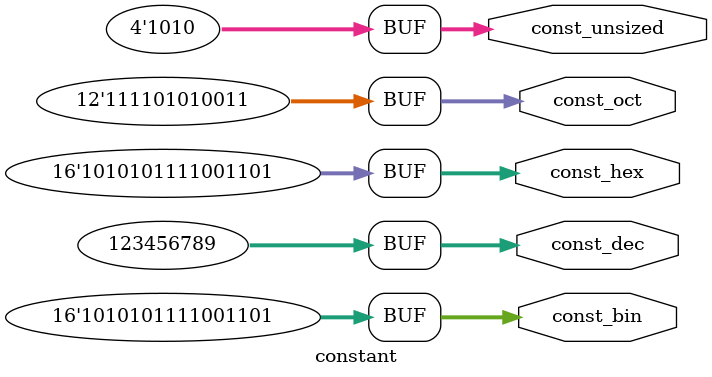
<source format=sv>
module constant (
    output wire [31:0] const_dec,
    output wire [15:0] const_bin,
    output wire [11:0] const_oct,
    output wire [15:0] const_hex,
    output wire [3:0]  const_unsized    // unsized binary constant
);
    // Decimal literal
    assign const_dec     = 123456789;
    // 16-bit binary literal (with underscores)
    assign const_bin     = 16'b1010_1011_1100_1101;
    // 12-bit octal literal
    assign const_oct     = 12'o7523;
    // 16-bit hex literal
    assign const_hex     = 16'hABCD;
    // Unsized binary literal: width = number of digits (4), value = 1010₂
    assign const_unsized = 'b1010;
endmodule

</source>
